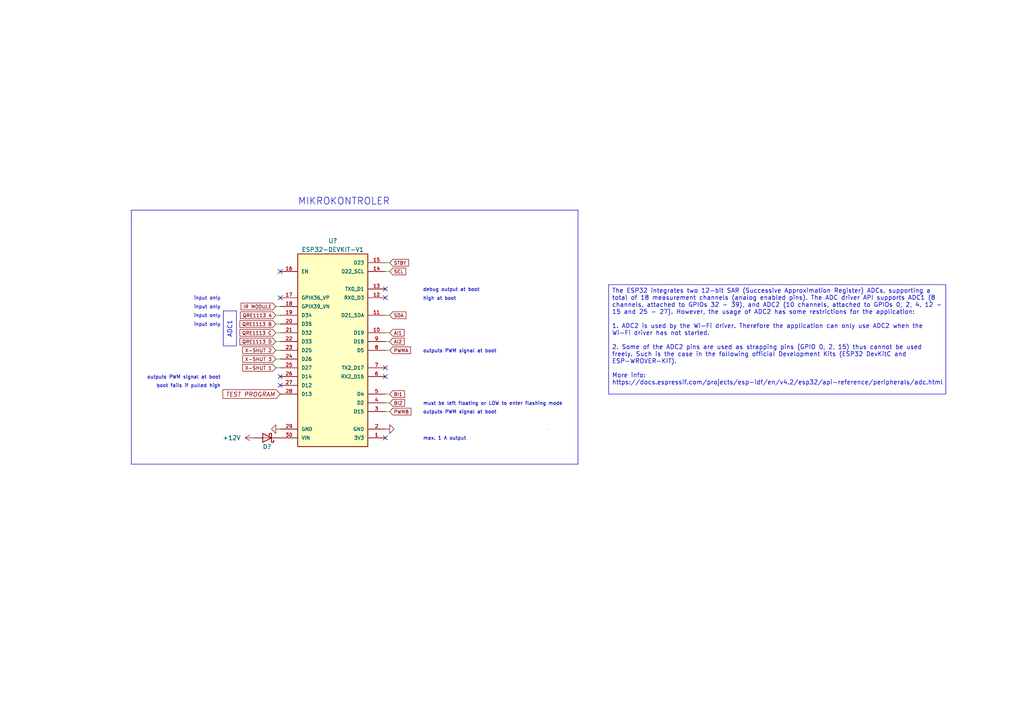
<source format=kicad_sch>
(kicad_sch (version 20230121) (generator eeschema)
  (paper "A4")
  (lib_symbols
    (symbol "+12V_1" (power) (pin_names (offset 0))
      (property "Value" "+12V_1" (at 0 3.556 0))
      (symbol "+12V_1_0_1"
        (polyline (pts (xy -0.762 1.27) (xy 0 2.54)))
        (polyline (pts (xy 0 0) (xy 0 2.54)))
        (polyline (pts (xy 0 2.54) (xy 0.762 1.27)))
      )
      (symbol "+12V_1_1_1"
        (pin power_in line (at 0 0 90) (length 0) hide (name "+12V") (number "1"))
      )
    )
    (symbol "Device:D_Schottky" (pin_numbers hide) (pin_names (offset 1.016) hide)
      (property "Reference" "D" (at 0 2.54 0))
      (property "Value" "D_Schottky" (at 0 -2.54 0))
      (symbol "D_Schottky_0_1"
        (polyline (pts (xy 1.27 0) (xy -1.27 0)))
        (polyline (pts (xy 1.27 1.27) (xy 1.27 -1.27) (xy -1.27 0) (xy 1.27 1.27)) (stroke (width 0.254)))
        (polyline (pts (xy -1.905 0.635) (xy -1.905 1.27) (xy -1.27 1.27) (xy -1.27 -1.27) (xy -0.635 -1.27) (xy -0.635 -0.635)) (stroke (width 0.254)))
      )
      (symbol "D_Schottky_1_1"
        (pin passive line (at -3.81 0 0) (length 2.54) (name "K") (number "1"))
        (pin passive line (at 3.81 0 180) (length 2.54) (name "A") (number "2"))
      )
    )
    (symbol "ESP32-DEVKIT-V1:ESP32-DEVKIT-V1" (pin_names (offset 1.016))
      (property "Reference" "U6" (at 0 31.75 0))
      (property "Value" "ESP32-DEVKIT-V1" (at 0 29.21 0))
      (symbol "ESP32-DEVKIT-V1_0_0"
        (rectangle (start -10.16 27.94) (end 10.16 -27.94) (stroke (width 0.254)) (fill (type background)))
        (pin output line (at 15.24 -25.4 180) (length 5.08) (name "3V3") (number "1"))
        (pin bidirectional line (at 15.24 5.08 180) (length 5.08) (name "D19") (number "10"))
        (pin bidirectional line (at 15.24 10.16 180) (length 5.08) (name "D21_SDA") (number "11"))
        (pin input line (at 15.24 15.24 180) (length 5.08) (name "RX0_D3") (number "12"))
        (pin output line (at 15.24 17.78 180) (length 5.08) (name "TX0_D1") (number "13"))
        (pin bidirectional line (at 15.24 22.86 180) (length 5.08) (name "D22_SCL") (number "14"))
        (pin bidirectional line (at 15.24 25.4 180) (length 5.08) (name "D23") (number "15"))
        (pin input line (at -15.24 22.86 0) (length 5.08) (name "EN") (number "16"))
        (pin bidirectional line (at -15.24 15.24 0) (length 5.08) (name "GPIX36_VP") (number "17"))
        (pin bidirectional line (at -15.24 12.7 0) (length 5.08) (name "GPIX39_VN") (number "18"))
        (pin bidirectional line (at -15.24 10.16 0) (length 5.08) (name "D34") (number "19"))
        (pin power_in line (at 15.24 -22.86 180) (length 5.08) (name "GND") (number "2"))
        (pin bidirectional line (at -15.24 7.62 0) (length 5.08) (name "D35") (number "20"))
        (pin bidirectional line (at -15.24 5.08 0) (length 5.08) (name "D32") (number "21"))
        (pin bidirectional line (at -15.24 2.54 0) (length 5.08) (name "D33") (number "22"))
        (pin bidirectional line (at -15.24 0 0) (length 5.08) (name "D25") (number "23"))
        (pin bidirectional line (at -15.24 -2.54 0) (length 5.08) (name "D26") (number "24"))
        (pin bidirectional line (at -15.24 -5.08 0) (length 5.08) (name "D27") (number "25"))
        (pin bidirectional line (at -15.24 -7.62 0) (length 5.08) (name "D14") (number "26"))
        (pin bidirectional line (at -15.24 -10.16 0) (length 5.08) (name "D12") (number "27"))
        (pin bidirectional line (at -15.24 -12.7 0) (length 5.08) (name "D13") (number "28"))
        (pin power_in line (at -15.24 -22.86 0) (length 5.08) (name "GND") (number "29"))
        (pin bidirectional line (at 15.24 -17.78 180) (length 5.08) (name "D15") (number "3"))
        (pin input line (at -15.24 -25.4 0) (length 5.08) (name "VIN") (number "30"))
        (pin bidirectional line (at 15.24 -15.24 180) (length 5.08) (name "D2") (number "4"))
        (pin bidirectional line (at 15.24 -12.7 180) (length 5.08) (name "D4") (number "5"))
        (pin input line (at 15.24 -7.62 180) (length 5.08) (name "RX2_D16") (number "6"))
        (pin output line (at 15.24 -5.08 180) (length 5.08) (name "TX2_D17") (number "7"))
        (pin bidirectional line (at 15.24 0 180) (length 5.08) (name "D5") (number "8"))
        (pin bidirectional line (at 15.24 2.54 180) (length 5.08) (name "D18") (number "9"))
      )
    )
    (symbol "GND_1" (power) (pin_names (offset 0))
      (property "Value" "GND_1" (at 0 -3.81 0))
      (symbol "GND_1_0_1"
        (polyline (pts (xy 0 0) (xy 0 -1.27) (xy 1.27 -1.27) (xy 0 -2.54) (xy -1.27 -1.27) (xy 0 -1.27)))
      )
      (symbol "GND_1_1_1"
        (pin power_in line (at 0 0 270) (length 0) hide (name "GND") (number "1"))
      )
    )
  )
  (no_connect (at 81.28 86.36))
  (no_connect (at 111.76 86.36))
  (no_connect (at 111.76 109.22))
  (no_connect (at 111.76 106.68))
  (no_connect (at 81.28 111.76))
  (no_connect (at 81.28 78.74))
  (no_connect (at 81.28 109.22))
  (no_connect (at 111.76 83.82))
  (no_connect (at 111.76 127))
  (polyline (pts (xy 38.1 60.96) (xy 38.1 63.5)))
  (wire (pts (xy 113.03 114.3) (xy 111.76 114.3)))
  (polyline (pts (xy 38.1 60.96) (xy 39.37 60.96)))
  (wire (pts (xy 80.01 93.98) (xy 81.28 93.98)))
  (wire (pts (xy 80.01 106.68) (xy 81.28 106.68)))
  (polyline (pts (xy 167.64 134.62) (xy 167.64 60.96)))
  (wire (pts (xy 113.03 99.06) (xy 111.76 99.06)))
  (wire (pts (xy 80.01 104.14) (xy 81.28 104.14)))
  (wire (pts (xy 113.03 76.2) (xy 111.76 76.2)))
  (wire (pts (xy 80.01 101.6) (xy 81.28 101.6)))
  (wire (pts (xy 111.76 96.52) (xy 113.03 96.52)))
  (wire (pts (xy 111.76 101.6) (xy 113.03 101.6)))
  (wire (pts (xy 80.01 91.44) (xy 81.28 91.44)))
  (wire (pts (xy 80.01 96.52) (xy 81.28 96.52)))
  (polyline (pts (xy 38.1 63.5) (xy 38.1 134.62)))
  (wire (pts (xy 113.03 78.74) (xy 111.76 78.74)))
  (polyline (pts (xy 167.64 60.96) (xy 39.37 60.96)))
  (wire (pts (xy 80.01 99.06) (xy 81.28 99.06)))
  (wire (pts (xy 113.03 119.38) (xy 111.76 119.38)))
  (wire (pts (xy 113.03 116.84) (xy 111.76 116.84)))
  (wire (pts (xy 80.01 88.9) (xy 81.28 88.9)))
  (wire (pts (xy 113.03 91.44) (xy 111.76 91.44)))
  (polyline (pts (xy 38.1 134.62) (xy 167.64 134.62)))
  (text_box "debug output at boot" (at 121.92 82.55 0) (size 31.75 2.54) (stroke (width -0.0001)) (effects (font (size 1 1)) (justify left top)))
  (text_box "input only" (at 40.64 92.71 0) (size 24.13 2.54) (stroke (width -0.0001)) (effects (font (size 1 1)) (justify right)))
  (text_box "outputs PWM signal at boot" (at 27.94 107.95 0) (size 36.83 2.54) (stroke (width -0.0001)) (effects (font (size 1 1)) (justify right top)))
  (text_box "outputs PWM signal at boot" (at 121.92 118.11 0) (size 29.21 2.54) (stroke (width -0.0001)) (effects (font (size 1 1)) (justify left)))
  (text_box "input only" (at 40.64 90.17 0) (size 24.13 2.54) (stroke (width -0.0001)) (effects (font (size 1 1)) (justify right)))
  (text_box "max. 1 A output" (at 121.92 125.73 0) (size 29.21 2.54) (stroke (width -0.0001)) (effects (font (size 1 1)) (justify left)))
  (text_box "" (at 158.75 124.46 0) (size 0 0) (effects (font (size 1.27 1.27)) (justify left)))
  (text_box "The ESP32 integrates two 12-bit SAR (Successive Approximation Register) ADCs, supporting a total of 18 measurement channels (analog enabled pins). The ADC driver API supports ADC1 (8 channels, attached to GPIOs 32 - 39), and ADC2 (10 channels, attached to GPIOs 0, 2, 4, 12 - 15 and 25 - 27). However, the usage of ADC2 has some restrictions for the application:\n\n1. ADC2 is used by the Wi-Fi driver. Therefore the application can only use ADC2 when the Wi-Fi driver has not started.\n\n2. Some of the ADC2 pins are used as strapping pins (GPIO 0, 2, 15) thus cannot be used freely. Such is the case in the following official Development Kits (ESP32 DevKitC and ESP-WROVER-KIT).\n\nMore info: https://docs.espressif.com/projects/esp-idf/en/v4.2/esp32/api-reference/peripherals/adc.html" (at 176.53 82.55 0) (size 97.79 31.75) (effects (font (size 1.27 1.27)) (justify left top)))
  (text_box "boot fails if pulled high" (at 26.67 110.49 0) (size 38.1 2.54) (stroke (width -0.0001)) (effects (font (size 1 1)) (justify right)))
  (text_box "must be left floating or LOW to enter flashing mode" (at 121.92 115.57 0) (size 43.18 2.54) (stroke (width -0.0001)) (effects (font (size 1 1)) (justify left top)))
  (text_box "input only" (at 40.64 85.09 0) (size 24.13 2.54) (stroke (width -0.0001)) (effects (font (size 1 1)) (justify right)))
  (text_box "input only" (at 40.64 87.63 0) (size 24.13 2.54) (stroke (width -0.0001)) (effects (font (size 1 1)) (justify right)))
  (text_box "outputs PWM signal at boot" (at 121.92 100.33 0) (size 36.83 2.54) (stroke (width -0.0001)) (effects (font (size 1 1)) (justify left top)))
  (text_box "high at boot" (at 121.92 85.09 0) (size 40.64 2.54) (stroke (width -0.0001)) (effects (font (size 1 1)) (justify left top)))
  (text_box "ADC1" (at 64.77 90.17 90) (size 3.81 10.16) (effects (font (size 1.27 1.27))))
  (text "MIKROKONTROLER" (at 86.36 59.69 0) (effects (font (size 2 2)) (justify left bottom)))
  (global_label "X-SHUT 2" (shape input) (at 80.01 101.6 180) (effects (font (size 1 1))) (property "Intersheetrefs" "${INTERSHEET_REFS}" (effects hide)))
  (global_label "SDA" (shape input) (at 113.03 91.44 0) (effects (font (size 1 1))) (property "Intersheetrefs" "${INTERSHEET_REFS}" (effects hide)))
  (global_label "STBY" (shape input) (at 113.03 76.2 0) (effects (font (size 1 1))) (property "Intersheetrefs" "${INTERSHEET_REFS}" (effects hide)))
  (global_label "AI1" (shape input) (at 113.03 96.52 0) (effects (font (size 1 1))) (property "Intersheetrefs" "${INTERSHEET_REFS}" (effects hide)))
  (global_label "X-SHUT 1" (shape input) (at 80.01 106.68 180) (effects (font (size 1 1))) (property "Intersheetrefs" "${INTERSHEET_REFS}" (effects hide)))
  (global_label "BI2" (shape input) (at 113.03 116.84 0) (effects (font (size 1 1))) (property "Intersheetrefs" "${INTERSHEET_REFS}" (effects hide)))
  (global_label "QRE1113 D" (shape input) (at 80.01 99.06 180) (effects (font (size 1 1))) (property "Intersheetrefs" "${INTERSHEET_REFS}" (effects hide)))
  (global_label "SCL" (shape input) (at 113.03 78.74 0) (effects (font (size 1 1))) (property "Intersheetrefs" "${INTERSHEET_REFS}" (effects hide)))
  (global_label "AI2" (shape input) (at 113.03 99.06 0) (effects (font (size 1 1))) (property "Intersheetrefs" "${INTERSHEET_REFS}" (effects hide)))
  (global_label "QRE1113 C" (shape input) (at 80.01 96.52 180) (effects (font (size 1 1))) (property "Intersheetrefs" "${INTERSHEET_REFS}" (effects hide)))
  (global_label "IR MODULE" (shape input) (at 80.01 88.9 180) (effects (font (size 1 1))) (property "Intersheetrefs" "${INTERSHEET_REFS}" (effects hide)))
  (global_label "BI1" (shape input) (at 113.03 114.3 0) (effects (font (size 1 1))) (property "Intersheetrefs" "${INTERSHEET_REFS}" (effects hide)))
  (global_label "QRE1113 A" (shape input) (at 80.01 91.44 180) (effects (font (size 1 1))) (property "Intersheetrefs" "${INTERSHEET_REFS}" (effects hide)))
  (global_label "PWMA" (shape input) (at 113.03 101.6 0) (effects (font (size 1 1))) (property "Intersheetrefs" "${INTERSHEET_REFS}" (effects hide)))
  (global_label "PWMB" (shape input) (at 113.03 119.38 0) (effects (font (size 1 1))) (property "Intersheetrefs" "${INTERSHEET_REFS}" (effects hide)))
  (global_label "TEST PROGRAM" (shape input) (at 81.28 114.3 180) (effects (font italic)) (property "Intersheetrefs" "${INTERSHEET_REFS}" (effects hide)))
  (global_label "X-SHUT 3" (shape input) (at 80.01 104.14 180) (effects (font (size 1 1))) (property "Intersheetrefs" "${INTERSHEET_REFS}" (effects hide)))
  (global_label "QRE1113 B" (shape input) (at 80.01 93.98 180) (effects (font (size 1 1))) (property "Intersheetrefs" "${INTERSHEET_REFS}" (effects hide)))
  (symbol (lib_name "GND_1") (lib_id "power:GND") (at 111.76 124.46 90) (unit 1)
    (property "Reference" "#PWR?" (effects hide))
    (property "Value" "GND" (effects hide))
    (instances (project "sumec" (path "" (reference "#PWR?") (unit 1)) (path "" (reference "#PWR06") (unit 1))))
  )
  (symbol (lib_name "GND_1") (lib_id "power:GND") (at 81.28 124.46 270) (unit 1)
    (property "Reference" "#PWR?" (effects hide))
    (property "Value" "GND" (effects hide))
    (instances (project "sumec" (path "" (reference "#PWR?") (unit 1)) (path "" (reference "#PWR05") (unit 1))))
  )
  (symbol (lib_name "+12V_1") (lib_id "power:+12V") (at 73.66 127 90) (unit 1)
    (property "Reference" "#PWR?" (effects hide))
    (property "Value" "+12V" (at 69.85 127 90) (effects (justify left)))
    (instances (project "sumec" (path "" (reference "#PWR?") (unit 1)) (path "" (reference "#PWR04") (unit 1))))
  )
  (symbol (lib_id "Device:D_Schottky") (at 77.47 127 180) (unit 1)
    (property "Reference" "D?" (at 77.47 129.54 0))
    (property "Value" "D_Schottky" (effects hide))
    (property "Footprint" "Diode_THT:D_A-405_P10.16mm_Horizontal" (effects hide))
    (instances (project "sumec" (path "" (reference "D?") (unit 1)) (path "" (reference "D2") (unit 1))))
  )
  (symbol (lib_id "ESP32-DEVKIT-V1:ESP32-DEVKIT-V1") (at 96.52 101.6 0) (unit 1)
    (property "Reference" "U?" (at 96.52 69.85 0))
    (property "Value" "ESP32-DEVKIT-V1" (at 96.52 72.39 0))
    (property "Footprint" "sumec_library:MODULE_ESP32_DEVKIT_V1 B_Cu - PADS and no mount holes" (effects hide))
    (property "PARTREV" "N/A" (effects hide))
    (property "MANUFACTURER" "DOIT" (effects hide))
    (property "MAXIMUM_PACKAGE_HEIGHT" "6.8 mm" (effects hide))
    (property "STANDARD" "Manufacturer Recommendations" (effects hide))
    (instances (project "sumec" (path "" (reference "U?") (unit 1)) (path "" (reference "U1") (unit 1))))
  )
)
</source>
